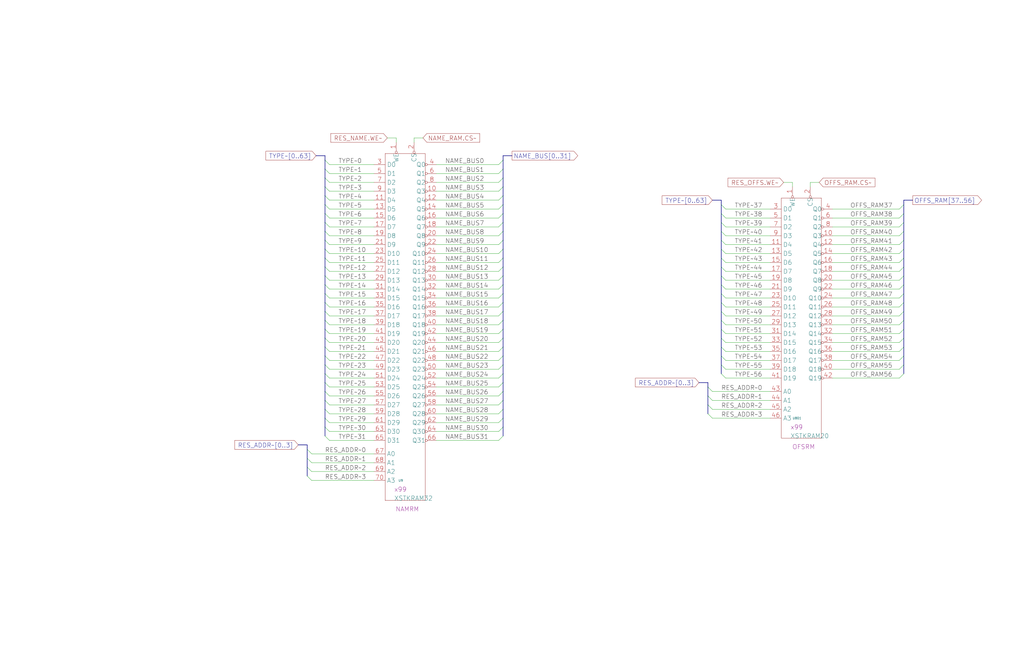
<source format=kicad_sch>
(kicad_sch (version 20230121) (generator eeschema)
  (paper "User" 584.2 378.46)
  (title_block (title "RESOLVE NAME RAM") (date "22-MAY-90") (rev "1.0") (comment 1 "SEQUENCER") (comment 2 "232-003064") (comment 3 "S400") (comment 4 "RELEASED"))
  (lib_symbols
    (symbol "r1000:XSTKRAM20" (pin_names (offset 1.016))
      (property "Reference" "U" (at 2.54 5.08 0))
      (property "Value" "XSTKRAM20" (at -1.27 -5.08 0))
      (property "Location" "___" (at -1.27 0 0))
      (property "Name" "______" (at 6.35 -12.7 0))
      (symbol "XSTKRAM20_1_1"
        (rectangle (start -6.35 130.81) (end 16.51 -6.35))
        (circle (center 0 131.445) (radius 0.635))
        (circle (center 10.16 131.445) (radius 0.635))
        (circle (center 17.145 27.94) (radius 0.635))
        (circle (center 17.145 33.02) (radius 0.635))
        (circle (center 17.145 38.1) (radius 0.635))
        (circle (center 17.145 43.18) (radius 0.635))
        (circle (center 17.145 48.26) (radius 0.635))
        (circle (center 17.145 53.34) (radius 0.635))
        (circle (center 17.145 58.42) (radius 0.635))
        (circle (center 17.145 63.5) (radius 0.635))
        (circle (center 17.145 68.58) (radius 0.635))
        (circle (center 17.145 73.66) (radius 0.635))
        (circle (center 17.145 78.74) (radius 0.635))
        (circle (center 17.145 83.82) (radius 0.635))
        (circle (center 17.145 88.9) (radius 0.635))
        (circle (center 17.145 93.98) (radius 0.635))
        (circle (center 17.145 99.06) (radius 0.635))
        (circle (center 17.145 104.14) (radius 0.635))
        (circle (center 17.145 109.22) (radius 0.635))
        (circle (center 17.145 114.3) (radius 0.635))
        (circle (center 17.145 119.38) (radius 0.635))
        (circle (center 17.145 124.46) (radius 0.635))
        (pin input line (at 0 137.16 270) (length 5.08) (name "WE") (number "1"))
        (pin tri_state line (at 22.86 109.22 180) (length 5.08) (name "Q3") (number "10"))
        (pin input line (at -12.7 104.14 0) (length 6.35) (name "D4") (number "11"))
        (pin tri_state line (at 22.86 104.14 180) (length 5.08) (name "Q4") (number "12"))
        (pin input line (at -12.7 99.06 0) (length 6.35) (name "D5") (number "13"))
        (pin tri_state line (at 22.86 99.06 180) (length 5.08) (name "Q5") (number "14"))
        (pin input line (at -12.7 93.98 0) (length 6.35) (name "D6") (number "15"))
        (pin tri_state line (at 22.86 93.98 180) (length 5.08) (name "Q6") (number "16"))
        (pin input line (at -12.7 88.9 0) (length 6.35) (name "D7") (number "17"))
        (pin tri_state line (at 22.86 88.9 180) (length 5.08) (name "Q7") (number "18"))
        (pin input line (at -12.7 83.82 0) (length 6.35) (name "D8") (number "19"))
        (pin input line (at 10.16 137.16 270) (length 5.08) (name "CS") (number "2"))
        (pin tri_state line (at 22.86 83.82 180) (length 5.08) (name "Q8") (number "20"))
        (pin input line (at -12.7 78.74 0) (length 6.35) (name "D9") (number "21"))
        (pin tri_state line (at 22.86 78.74 180) (length 5.08) (name "Q9") (number "22"))
        (pin input line (at -12.7 73.66 0) (length 6.35) (name "D10") (number "23"))
        (pin tri_state line (at 22.86 73.66 180) (length 5.08) (name "Q10") (number "24"))
        (pin input line (at -12.7 68.58 0) (length 6.35) (name "D11") (number "25"))
        (pin tri_state line (at 22.86 68.58 180) (length 5.08) (name "Q11") (number "26"))
        (pin input line (at -12.7 63.5 0) (length 6.35) (name "D12") (number "27"))
        (pin tri_state line (at 22.86 63.5 180) (length 5.08) (name "Q12") (number "28"))
        (pin input line (at -12.7 58.42 0) (length 6.35) (name "D13") (number "29"))
        (pin input line (at -12.7 124.46 0) (length 6.35) (name "D0") (number "3"))
        (pin tri_state line (at 22.86 58.42 180) (length 5.08) (name "Q13") (number "30"))
        (pin input line (at -12.7 53.34 0) (length 6.35) (name "D14") (number "31"))
        (pin tri_state line (at 22.86 53.34 180) (length 5.08) (name "Q14") (number "32"))
        (pin input line (at -12.7 48.26 0) (length 6.35) (name "D15") (number "33"))
        (pin tri_state line (at 22.86 48.26 180) (length 5.08) (name "Q15") (number "34"))
        (pin input line (at -12.7 43.18 0) (length 6.35) (name "D16") (number "35"))
        (pin tri_state line (at 22.86 43.18 180) (length 5.08) (name "Q16") (number "36"))
        (pin input line (at -12.7 38.1 0) (length 6.35) (name "D17") (number "37"))
        (pin tri_state line (at 22.86 38.1 180) (length 5.08) (name "Q17") (number "38"))
        (pin input line (at -12.7 33.02 0) (length 6.35) (name "D18") (number "39"))
        (pin tri_state line (at 22.86 124.46 180) (length 5.08) (name "Q0") (number "4"))
        (pin tri_state line (at 22.86 33.02 180) (length 5.08) (name "Q18") (number "40"))
        (pin input line (at -12.7 27.94 0) (length 6.35) (name "D19") (number "41"))
        (pin tri_state line (at 22.86 27.94 180) (length 5.08) (name "Q19") (number "42"))
        (pin input line (at -12.7 20.32 0) (length 6.35) (name "A0") (number "43"))
        (pin input line (at -12.7 15.24 0) (length 6.35) (name "A1") (number "44"))
        (pin input line (at -12.7 10.16 0) (length 6.35) (name "A2") (number "45"))
        (pin input line (at -12.7 5.08 0) (length 6.35) (name "A3") (number "46"))
        (pin input line (at -12.7 119.38 0) (length 6.35) (name "D1") (number "5"))
        (pin tri_state line (at 22.86 119.38 180) (length 5.08) (name "Q1") (number "6"))
        (pin input line (at -12.7 114.3 0) (length 6.35) (name "D2") (number "7"))
        (pin tri_state line (at 22.86 114.3 180) (length 5.08) (name "Q2") (number "8"))
        (pin input line (at -12.7 109.22 0) (length 6.35) (name "D3") (number "9"))
      )
    )
    (symbol "r1000:XSTKRAM32" (pin_names (offset 1.016))
      (property "Reference" "U" (at 2.54 5.08 0))
      (property "Value" "XSTKRAM32" (at -1.27 -5.08 0))
      (property "Location" "___" (at -1.27 0 0))
      (property "Name" "______" (at 6.35 -12.7 0))
      (symbol "XSTKRAM32_1_1"
        (rectangle (start -6.35 191.77) (end 16.51 -6.35))
        (circle (center 0 192.405) (radius 0.635))
        (circle (center 10.16 192.405) (radius 0.635))
        (circle (center 17.145 27.94) (radius 0.635))
        (circle (center 17.145 33.02) (radius 0.635))
        (circle (center 17.145 38.1) (radius 0.635))
        (circle (center 17.145 43.18) (radius 0.635))
        (circle (center 17.145 48.26) (radius 0.635))
        (circle (center 17.145 53.34) (radius 0.635))
        (circle (center 17.145 58.42) (radius 0.635))
        (circle (center 17.145 63.5) (radius 0.635))
        (circle (center 17.145 68.58) (radius 0.635))
        (circle (center 17.145 73.66) (radius 0.635))
        (circle (center 17.145 78.74) (radius 0.635))
        (circle (center 17.145 83.82) (radius 0.635))
        (circle (center 17.145 88.9) (radius 0.635))
        (circle (center 17.145 93.98) (radius 0.635))
        (circle (center 17.145 99.06) (radius 0.635))
        (circle (center 17.145 104.14) (radius 0.635))
        (circle (center 17.145 109.22) (radius 0.635))
        (circle (center 17.145 114.3) (radius 0.635))
        (circle (center 17.145 119.38) (radius 0.635))
        (circle (center 17.145 124.46) (radius 0.635))
        (circle (center 17.145 129.54) (radius 0.635))
        (circle (center 17.145 134.62) (radius 0.635))
        (circle (center 17.145 139.7) (radius 0.635))
        (circle (center 17.145 144.78) (radius 0.635))
        (circle (center 17.145 149.86) (radius 0.635))
        (circle (center 17.145 154.94) (radius 0.635))
        (circle (center 17.145 160.02) (radius 0.635))
        (circle (center 17.145 165.1) (radius 0.635))
        (circle (center 17.145 170.18) (radius 0.635))
        (circle (center 17.145 175.26) (radius 0.635))
        (circle (center 17.145 180.34) (radius 0.635))
        (circle (center 17.145 185.42) (radius 0.635))
        (pin input line (at 0 198.12 270) (length 5.08) (name "WE") (number "1"))
        (pin tri_state line (at 22.86 170.18 180) (length 5.08) (name "Q3") (number "10"))
        (pin input line (at -12.7 165.1 0) (length 6.35) (name "D4") (number "11"))
        (pin tri_state line (at 22.86 165.1 180) (length 5.08) (name "Q4") (number "12"))
        (pin input line (at -12.7 160.02 0) (length 6.35) (name "D5") (number "13"))
        (pin tri_state line (at 22.86 160.02 180) (length 5.08) (name "Q5") (number "14"))
        (pin input line (at -12.7 154.94 0) (length 6.35) (name "D6") (number "15"))
        (pin tri_state line (at 22.86 154.94 180) (length 5.08) (name "Q6") (number "16"))
        (pin input line (at -12.7 149.86 0) (length 6.35) (name "D7") (number "17"))
        (pin tri_state line (at 22.86 149.86 180) (length 5.08) (name "Q7") (number "18"))
        (pin input line (at -12.7 144.78 0) (length 6.35) (name "D8") (number "19"))
        (pin input line (at 10.16 198.12 270) (length 5.08) (name "CS") (number "2"))
        (pin tri_state line (at 22.86 144.78 180) (length 5.08) (name "Q8") (number "20"))
        (pin input line (at -12.7 139.7 0) (length 6.35) (name "D9") (number "21"))
        (pin tri_state line (at 22.86 139.7 180) (length 5.08) (name "Q9") (number "22"))
        (pin input line (at -12.7 134.62 0) (length 6.35) (name "D10") (number "23"))
        (pin tri_state line (at 22.86 134.62 180) (length 5.08) (name "Q10") (number "24"))
        (pin input line (at -12.7 129.54 0) (length 6.35) (name "D11") (number "25"))
        (pin tri_state line (at 22.86 129.54 180) (length 5.08) (name "Q11") (number "26"))
        (pin input line (at -12.7 124.46 0) (length 6.35) (name "D12") (number "27"))
        (pin tri_state line (at 22.86 124.46 180) (length 5.08) (name "Q12") (number "28"))
        (pin input line (at -12.7 119.38 0) (length 6.35) (name "D13") (number "29"))
        (pin input line (at -12.7 185.42 0) (length 6.35) (name "D0") (number "3"))
        (pin tri_state line (at 22.86 119.38 180) (length 5.08) (name "Q13") (number "30"))
        (pin input line (at -12.7 114.3 0) (length 6.35) (name "D14") (number "31"))
        (pin tri_state line (at 22.86 114.3 180) (length 5.08) (name "Q14") (number "32"))
        (pin input line (at -12.7 109.22 0) (length 6.35) (name "D15") (number "33"))
        (pin tri_state line (at 22.86 109.22 180) (length 5.08) (name "Q15") (number "34"))
        (pin input line (at -12.7 104.14 0) (length 6.35) (name "D16") (number "35"))
        (pin tri_state line (at 22.86 104.14 180) (length 5.08) (name "Q16") (number "36"))
        (pin input line (at -12.7 99.06 0) (length 6.35) (name "D17") (number "37"))
        (pin tri_state line (at 22.86 99.06 180) (length 5.08) (name "Q17") (number "38"))
        (pin input line (at -12.7 93.98 0) (length 6.35) (name "D18") (number "39"))
        (pin tri_state line (at 22.86 185.42 180) (length 5.08) (name "Q0") (number "4"))
        (pin tri_state line (at 22.86 93.98 180) (length 5.08) (name "Q18") (number "40"))
        (pin input line (at -12.7 88.9 0) (length 6.35) (name "D19") (number "41"))
        (pin tri_state line (at 22.86 88.9 180) (length 5.08) (name "Q19") (number "42"))
        (pin input line (at -12.7 83.82 0) (length 6.35) (name "D20") (number "43"))
        (pin tri_state line (at 22.86 83.82 180) (length 5.08) (name "Q20") (number "44"))
        (pin input line (at -12.7 78.74 0) (length 6.35) (name "D21") (number "45"))
        (pin tri_state line (at 22.86 78.74 180) (length 5.08) (name "Q21") (number "46"))
        (pin input line (at -12.7 73.66 0) (length 6.35) (name "D22") (number "47"))
        (pin tri_state line (at 22.86 73.66 180) (length 5.08) (name "Q22") (number "48"))
        (pin input line (at -12.7 68.58 0) (length 6.35) (name "D23") (number "49"))
        (pin input line (at -12.7 180.34 0) (length 6.35) (name "D1") (number "5"))
        (pin tri_state line (at 22.86 68.58 180) (length 5.08) (name "Q23") (number "50"))
        (pin input line (at -12.7 63.5 0) (length 6.35) (name "D24") (number "51"))
        (pin tri_state line (at 22.86 63.5 180) (length 5.08) (name "Q24") (number "52"))
        (pin input line (at -12.7 58.42 0) (length 6.35) (name "D25") (number "53"))
        (pin tri_state line (at 22.86 58.42 180) (length 5.08) (name "Q25") (number "54"))
        (pin input line (at -12.7 53.34 0) (length 6.35) (name "D26") (number "55"))
        (pin tri_state line (at 22.86 53.34 180) (length 5.08) (name "Q26") (number "56"))
        (pin input line (at -12.7 48.26 0) (length 6.35) (name "D27") (number "57"))
        (pin tri_state line (at 22.86 48.26 180) (length 5.08) (name "Q27") (number "58"))
        (pin input line (at -12.7 43.18 0) (length 6.35) (name "D28") (number "59"))
        (pin tri_state line (at 22.86 180.34 180) (length 5.08) (name "Q1") (number "6"))
        (pin tri_state line (at 22.86 43.18 180) (length 5.08) (name "Q28") (number "60"))
        (pin input line (at -12.7 38.1 0) (length 6.35) (name "D29") (number "61"))
        (pin tri_state line (at 22.86 38.1 180) (length 5.08) (name "Q29") (number "62"))
        (pin input line (at -12.7 33.02 0) (length 6.35) (name "D30") (number "63"))
        (pin tri_state line (at 22.86 33.02 180) (length 5.08) (name "Q30") (number "64"))
        (pin input line (at -12.7 27.94 0) (length 6.35) (name "D31") (number "65"))
        (pin tri_state line (at 22.86 27.94 180) (length 5.08) (name "Q31") (number "66"))
        (pin input line (at -12.7 20.32 0) (length 6.35) (name "A0") (number "67"))
        (pin input line (at -12.7 15.24 0) (length 6.35) (name "A1") (number "68"))
        (pin input line (at -12.7 10.16 0) (length 6.35) (name "A2") (number "69"))
        (pin input line (at -12.7 175.26 0) (length 6.35) (name "D2") (number "7"))
        (pin input line (at -12.7 5.08 0) (length 6.35) (name "A3") (number "70"))
        (pin tri_state line (at 22.86 175.26 180) (length 5.08) (name "Q2") (number "8"))
        (pin input line (at -12.7 170.18 0) (length 6.35) (name "D3") (number "9"))
      )
    )
  )
  (bus_entry (at 175.26 261.62) (size 2.54 2.54))
  (bus_entry (at 185.42 167.64) (size 2.54 2.54))
  (bus_entry (at 515.62 162.56) (size -2.54 2.54))
  (bus_entry (at 287.02 121.92) (size -2.54 2.54))
  (bus_entry (at 411.48 116.84) (size 2.54 2.54))
  (bus_entry (at 287.02 152.4) (size -2.54 2.54))
  (bus_entry (at 515.62 198.12) (size -2.54 2.54))
  (bus_entry (at 515.62 132.08) (size -2.54 2.54))
  (bus_entry (at 185.42 132.08) (size 2.54 2.54))
  (bus_entry (at 287.02 238.76) (size -2.54 2.54))
  (bus_entry (at 411.48 121.92) (size 2.54 2.54))
  (bus_entry (at 185.42 101.6) (size 2.54 2.54))
  (bus_entry (at 515.62 172.72) (size -2.54 2.54))
  (bus_entry (at 515.62 142.24) (size -2.54 2.54))
  (bus_entry (at 411.48 162.56) (size 2.54 2.54))
  (bus_entry (at 185.42 233.68) (size 2.54 2.54))
  (bus_entry (at 185.42 96.52) (size 2.54 2.54))
  (bus_entry (at 287.02 228.6) (size -2.54 2.54))
  (bus_entry (at 411.48 147.32) (size 2.54 2.54))
  (bus_entry (at 287.02 233.68) (size -2.54 2.54))
  (bus_entry (at 185.42 218.44) (size 2.54 2.54))
  (bus_entry (at 287.02 157.48) (size -2.54 2.54))
  (bus_entry (at 185.42 203.2) (size 2.54 2.54))
  (bus_entry (at 287.02 116.84) (size -2.54 2.54))
  (bus_entry (at 411.48 137.16) (size 2.54 2.54))
  (bus_entry (at 185.42 162.56) (size 2.54 2.54))
  (bus_entry (at 287.02 223.52) (size -2.54 2.54))
  (bus_entry (at 515.62 193.04) (size -2.54 2.54))
  (bus_entry (at 185.42 223.52) (size 2.54 2.54))
  (bus_entry (at 411.48 142.24) (size 2.54 2.54))
  (bus_entry (at 175.26 266.7) (size 2.54 2.54))
  (bus_entry (at 287.02 177.8) (size -2.54 2.54))
  (bus_entry (at 403.86 231.14) (size 2.54 2.54))
  (bus_entry (at 185.42 127) (size 2.54 2.54))
  (bus_entry (at 175.26 256.54) (size 2.54 2.54))
  (bus_entry (at 411.48 182.88) (size 2.54 2.54))
  (bus_entry (at 287.02 111.76) (size -2.54 2.54))
  (bus_entry (at 287.02 96.52) (size -2.54 2.54))
  (bus_entry (at 515.62 157.48) (size -2.54 2.54))
  (bus_entry (at 515.62 177.8) (size -2.54 2.54))
  (bus_entry (at 411.48 187.96) (size 2.54 2.54))
  (bus_entry (at 287.02 187.96) (size -2.54 2.54))
  (bus_entry (at 185.42 116.84) (size 2.54 2.54))
  (bus_entry (at 185.42 121.92) (size 2.54 2.54))
  (bus_entry (at 515.62 116.84) (size -2.54 2.54))
  (bus_entry (at 185.42 213.36) (size 2.54 2.54))
  (bus_entry (at 287.02 213.36) (size -2.54 2.54))
  (bus_entry (at 287.02 101.6) (size -2.54 2.54))
  (bus_entry (at 403.86 220.98) (size 2.54 2.54))
  (bus_entry (at 411.48 127) (size 2.54 2.54))
  (bus_entry (at 185.42 238.76) (size 2.54 2.54))
  (bus_entry (at 175.26 271.78) (size 2.54 2.54))
  (bus_entry (at 185.42 137.16) (size 2.54 2.54))
  (bus_entry (at 185.42 182.88) (size 2.54 2.54))
  (bus_entry (at 185.42 152.4) (size 2.54 2.54))
  (bus_entry (at 403.86 226.06) (size 2.54 2.54))
  (bus_entry (at 185.42 91.44) (size 2.54 2.54))
  (bus_entry (at 185.42 111.76) (size 2.54 2.54))
  (bus_entry (at 287.02 91.44) (size -2.54 2.54))
  (bus_entry (at 411.48 167.64) (size 2.54 2.54))
  (bus_entry (at 287.02 142.24) (size -2.54 2.54))
  (bus_entry (at 185.42 106.68) (size 2.54 2.54))
  (bus_entry (at 287.02 182.88) (size -2.54 2.54))
  (bus_entry (at 287.02 203.2) (size -2.54 2.54))
  (bus_entry (at 287.02 248.92) (size -2.54 2.54))
  (bus_entry (at 515.62 213.36) (size -2.54 2.54))
  (bus_entry (at 411.48 152.4) (size 2.54 2.54))
  (bus_entry (at 287.02 127) (size -2.54 2.54))
  (bus_entry (at 185.42 142.24) (size 2.54 2.54))
  (bus_entry (at 411.48 193.04) (size 2.54 2.54))
  (bus_entry (at 185.42 208.28) (size 2.54 2.54))
  (bus_entry (at 287.02 167.64) (size -2.54 2.54))
  (bus_entry (at 287.02 208.28) (size -2.54 2.54))
  (bus_entry (at 515.62 121.92) (size -2.54 2.54))
  (bus_entry (at 411.48 177.8) (size 2.54 2.54))
  (bus_entry (at 515.62 137.16) (size -2.54 2.54))
  (bus_entry (at 185.42 198.12) (size 2.54 2.54))
  (bus_entry (at 515.62 187.96) (size -2.54 2.54))
  (bus_entry (at 411.48 172.72) (size 2.54 2.54))
  (bus_entry (at 287.02 147.32) (size -2.54 2.54))
  (bus_entry (at 515.62 127) (size -2.54 2.54))
  (bus_entry (at 185.42 177.8) (size 2.54 2.54))
  (bus_entry (at 515.62 208.28) (size -2.54 2.54))
  (bus_entry (at 287.02 106.68) (size -2.54 2.54))
  (bus_entry (at 515.62 203.2) (size -2.54 2.54))
  (bus_entry (at 515.62 152.4) (size -2.54 2.54))
  (bus_entry (at 185.42 228.6) (size 2.54 2.54))
  (bus_entry (at 287.02 172.72) (size -2.54 2.54))
  (bus_entry (at 185.42 248.92) (size 2.54 2.54))
  (bus_entry (at 185.42 187.96) (size 2.54 2.54))
  (bus_entry (at 287.02 137.16) (size -2.54 2.54))
  (bus_entry (at 185.42 193.04) (size 2.54 2.54))
  (bus_entry (at 185.42 147.32) (size 2.54 2.54))
  (bus_entry (at 411.48 208.28) (size 2.54 2.54))
  (bus_entry (at 287.02 198.12) (size -2.54 2.54))
  (bus_entry (at 287.02 162.56) (size -2.54 2.54))
  (bus_entry (at 515.62 147.32) (size -2.54 2.54))
  (bus_entry (at 403.86 236.22) (size 2.54 2.54))
  (bus_entry (at 515.62 182.88) (size -2.54 2.54))
  (bus_entry (at 287.02 243.84) (size -2.54 2.54))
  (bus_entry (at 411.48 198.12) (size 2.54 2.54))
  (bus_entry (at 287.02 218.44) (size -2.54 2.54))
  (bus_entry (at 287.02 193.04) (size -2.54 2.54))
  (bus_entry (at 411.48 157.48) (size 2.54 2.54))
  (bus_entry (at 515.62 167.64) (size -2.54 2.54))
  (bus_entry (at 411.48 213.36) (size 2.54 2.54))
  (bus_entry (at 185.42 172.72) (size 2.54 2.54))
  (bus_entry (at 287.02 132.08) (size -2.54 2.54))
  (bus_entry (at 411.48 203.2) (size 2.54 2.54))
  (bus_entry (at 185.42 243.84) (size 2.54 2.54))
  (bus_entry (at 185.42 157.48) (size 2.54 2.54))
  (bus_entry (at 411.48 132.08) (size 2.54 2.54))
  (wire (pts (xy 248.92 185.42) (xy 284.48 185.42)))
  (wire (pts (xy 474.98 200.66) (xy 513.08 200.66)))
  (bus (pts (xy 287.02 111.76) (xy 287.02 116.84)))
  (bus (pts (xy 185.42 152.4) (xy 185.42 157.48)))
  (bus (pts (xy 398.78 218.44) (xy 403.86 218.44)))
  (bus (pts (xy 515.62 114.3) (xy 515.62 116.84)))
  (bus (pts (xy 411.48 147.32) (xy 411.48 152.4)))
  (wire (pts (xy 187.96 144.78) (xy 213.36 144.78)))
  (wire (pts (xy 248.92 129.54) (xy 284.48 129.54)))
  (bus (pts (xy 403.86 231.14) (xy 403.86 236.22)))
  (bus (pts (xy 515.62 152.4) (xy 515.62 157.48)))
  (wire (pts (xy 474.98 215.9) (xy 513.08 215.9)))
  (wire (pts (xy 187.96 185.42) (xy 213.36 185.42)))
  (wire (pts (xy 248.92 195.58) (xy 284.48 195.58)))
  (wire (pts (xy 177.8 264.16) (xy 213.36 264.16)))
  (wire (pts (xy 220.98 78.74) (xy 226.06 78.74)))
  (bus (pts (xy 411.48 198.12) (xy 411.48 203.2)))
  (wire (pts (xy 414.02 165.1) (xy 439.42 165.1)))
  (wire (pts (xy 187.96 139.7) (xy 213.36 139.7)))
  (wire (pts (xy 474.98 170.18) (xy 513.08 170.18)))
  (bus (pts (xy 287.02 198.12) (xy 287.02 203.2)))
  (bus (pts (xy 411.48 157.48) (xy 411.48 162.56)))
  (bus (pts (xy 287.02 177.8) (xy 287.02 182.88)))
  (bus (pts (xy 515.62 167.64) (xy 515.62 172.72)))
  (bus (pts (xy 411.48 142.24) (xy 411.48 147.32)))
  (wire (pts (xy 414.02 134.62) (xy 439.42 134.62)))
  (wire (pts (xy 187.96 99.06) (xy 213.36 99.06)))
  (bus (pts (xy 287.02 187.96) (xy 287.02 193.04)))
  (bus (pts (xy 411.48 187.96) (xy 411.48 193.04)))
  (bus (pts (xy 287.02 193.04) (xy 287.02 198.12)))
  (bus (pts (xy 185.42 238.76) (xy 185.42 243.84)))
  (wire (pts (xy 248.92 175.26) (xy 284.48 175.26)))
  (bus (pts (xy 520.7 114.3) (xy 515.62 114.3)))
  (bus (pts (xy 287.02 228.6) (xy 287.02 233.68)))
  (wire (pts (xy 414.02 180.34) (xy 439.42 180.34)))
  (wire (pts (xy 414.02 139.7) (xy 439.42 139.7)))
  (bus (pts (xy 515.62 162.56) (xy 515.62 167.64)))
  (wire (pts (xy 474.98 149.86) (xy 513.08 149.86)))
  (bus (pts (xy 515.62 157.48) (xy 515.62 162.56)))
  (bus (pts (xy 185.42 101.6) (xy 185.42 106.68)))
  (bus (pts (xy 287.02 233.68) (xy 287.02 238.76)))
  (wire (pts (xy 414.02 124.46) (xy 439.42 124.46)))
  (wire (pts (xy 248.92 139.7) (xy 284.48 139.7)))
  (wire (pts (xy 248.92 220.98) (xy 284.48 220.98)))
  (bus (pts (xy 411.48 121.92) (xy 411.48 127)))
  (bus (pts (xy 185.42 223.52) (xy 185.42 228.6)))
  (wire (pts (xy 406.4 238.76) (xy 439.42 238.76)))
  (bus (pts (xy 411.48 137.16) (xy 411.48 142.24)))
  (bus (pts (xy 515.62 187.96) (xy 515.62 193.04)))
  (wire (pts (xy 414.02 154.94) (xy 439.42 154.94)))
  (wire (pts (xy 187.96 246.38) (xy 213.36 246.38)))
  (wire (pts (xy 474.98 190.5) (xy 513.08 190.5)))
  (bus (pts (xy 515.62 137.16) (xy 515.62 142.24)))
  (bus (pts (xy 185.42 208.28) (xy 185.42 213.36)))
  (wire (pts (xy 414.02 119.38) (xy 439.42 119.38)))
  (bus (pts (xy 185.42 228.6) (xy 185.42 233.68)))
  (bus (pts (xy 411.48 167.64) (xy 411.48 172.72)))
  (bus (pts (xy 287.02 137.16) (xy 287.02 142.24)))
  (wire (pts (xy 248.92 236.22) (xy 284.48 236.22)))
  (wire (pts (xy 447.04 104.14) (xy 452.12 104.14)))
  (bus (pts (xy 185.42 162.56) (xy 185.42 167.64)))
  (bus (pts (xy 175.26 256.54) (xy 175.26 261.62)))
  (bus (pts (xy 287.02 162.56) (xy 287.02 167.64)))
  (bus (pts (xy 515.62 172.72) (xy 515.62 177.8)))
  (bus (pts (xy 185.42 193.04) (xy 185.42 198.12)))
  (wire (pts (xy 414.02 144.78) (xy 439.42 144.78)))
  (wire (pts (xy 248.92 170.18) (xy 284.48 170.18)))
  (bus (pts (xy 287.02 116.84) (xy 287.02 121.92)))
  (wire (pts (xy 248.92 119.38) (xy 284.48 119.38)))
  (bus (pts (xy 411.48 116.84) (xy 411.48 121.92)))
  (wire (pts (xy 187.96 220.98) (xy 213.36 220.98)))
  (bus (pts (xy 287.02 142.24) (xy 287.02 147.32)))
  (wire (pts (xy 474.98 134.62) (xy 513.08 134.62)))
  (bus (pts (xy 185.42 167.64) (xy 185.42 172.72)))
  (wire (pts (xy 248.92 205.74) (xy 284.48 205.74)))
  (wire (pts (xy 187.96 124.46) (xy 213.36 124.46)))
  (wire (pts (xy 414.02 195.58) (xy 439.42 195.58)))
  (wire (pts (xy 187.96 149.86) (xy 213.36 149.86)))
  (bus (pts (xy 515.62 208.28) (xy 515.62 213.36)))
  (bus (pts (xy 287.02 101.6) (xy 287.02 106.68)))
  (bus (pts (xy 287.02 157.48) (xy 287.02 162.56)))
  (bus (pts (xy 287.02 121.92) (xy 287.02 127)))
  (bus (pts (xy 515.62 142.24) (xy 515.62 147.32)))
  (wire (pts (xy 248.92 144.78) (xy 284.48 144.78)))
  (bus (pts (xy 185.42 218.44) (xy 185.42 223.52)))
  (bus (pts (xy 287.02 127) (xy 287.02 132.08)))
  (bus (pts (xy 287.02 238.76) (xy 287.02 243.84)))
  (wire (pts (xy 452.12 104.14) (xy 452.12 106.68)))
  (wire (pts (xy 474.98 144.78) (xy 513.08 144.78)))
  (wire (pts (xy 177.8 269.24) (xy 213.36 269.24)))
  (wire (pts (xy 187.96 175.26) (xy 213.36 175.26)))
  (wire (pts (xy 187.96 104.14) (xy 213.36 104.14)))
  (wire (pts (xy 187.96 109.22) (xy 213.36 109.22)))
  (wire (pts (xy 248.92 190.5) (xy 284.48 190.5)))
  (wire (pts (xy 406.4 223.52) (xy 439.42 223.52)))
  (bus (pts (xy 185.42 213.36) (xy 185.42 218.44)))
  (bus (pts (xy 287.02 106.68) (xy 287.02 111.76)))
  (wire (pts (xy 467.36 104.14) (xy 462.28 104.14)))
  (bus (pts (xy 515.62 147.32) (xy 515.62 152.4)))
  (bus (pts (xy 411.48 203.2) (xy 411.48 208.28)))
  (bus (pts (xy 403.86 226.06) (xy 403.86 231.14)))
  (wire (pts (xy 474.98 124.46) (xy 513.08 124.46)))
  (wire (pts (xy 248.92 154.94) (xy 284.48 154.94)))
  (bus (pts (xy 185.42 198.12) (xy 185.42 203.2)))
  (bus (pts (xy 411.48 172.72) (xy 411.48 177.8)))
  (wire (pts (xy 187.96 205.74) (xy 213.36 205.74)))
  (wire (pts (xy 474.98 210.82) (xy 513.08 210.82)))
  (bus (pts (xy 185.42 116.84) (xy 185.42 121.92)))
  (bus (pts (xy 185.42 111.76) (xy 185.42 116.84)))
  (bus (pts (xy 185.42 187.96) (xy 185.42 193.04)))
  (wire (pts (xy 187.96 210.82) (xy 213.36 210.82)))
  (bus (pts (xy 185.42 157.48) (xy 185.42 162.56)))
  (wire (pts (xy 248.92 160.02) (xy 284.48 160.02)))
  (wire (pts (xy 474.98 139.7) (xy 513.08 139.7)))
  (wire (pts (xy 187.96 180.34) (xy 213.36 180.34)))
  (bus (pts (xy 515.62 132.08) (xy 515.62 137.16)))
  (bus (pts (xy 292.1 88.9) (xy 287.02 88.9)))
  (bus (pts (xy 411.48 127) (xy 411.48 132.08)))
  (bus (pts (xy 175.26 254) (xy 175.26 256.54)))
  (wire (pts (xy 187.96 241.3) (xy 213.36 241.3)))
  (wire (pts (xy 474.98 175.26) (xy 513.08 175.26)))
  (wire (pts (xy 474.98 195.58) (xy 513.08 195.58)))
  (bus (pts (xy 185.42 203.2) (xy 185.42 208.28)))
  (wire (pts (xy 414.02 215.9) (xy 439.42 215.9)))
  (bus (pts (xy 515.62 193.04) (xy 515.62 198.12)))
  (bus (pts (xy 185.42 243.84) (xy 185.42 248.92)))
  (bus (pts (xy 287.02 167.64) (xy 287.02 172.72)))
  (bus (pts (xy 411.48 162.56) (xy 411.48 167.64)))
  (bus (pts (xy 180.34 88.9) (xy 185.42 88.9)))
  (bus (pts (xy 411.48 177.8) (xy 411.48 182.88)))
  (wire (pts (xy 187.96 226.06) (xy 213.36 226.06)))
  (wire (pts (xy 187.96 236.22) (xy 213.36 236.22)))
  (wire (pts (xy 187.96 251.46) (xy 213.36 251.46)))
  (wire (pts (xy 406.4 233.68) (xy 439.42 233.68)))
  (wire (pts (xy 187.96 215.9) (xy 213.36 215.9)))
  (wire (pts (xy 248.92 93.98) (xy 284.48 93.98)))
  (wire (pts (xy 248.92 215.9) (xy 284.48 215.9)))
  (bus (pts (xy 185.42 137.16) (xy 185.42 142.24)))
  (wire (pts (xy 414.02 200.66) (xy 439.42 200.66)))
  (bus (pts (xy 515.62 116.84) (xy 515.62 121.92)))
  (wire (pts (xy 414.02 185.42) (xy 439.42 185.42)))
  (wire (pts (xy 474.98 119.38) (xy 513.08 119.38)))
  (bus (pts (xy 185.42 172.72) (xy 185.42 177.8)))
  (wire (pts (xy 248.92 104.14) (xy 284.48 104.14)))
  (wire (pts (xy 187.96 114.3) (xy 213.36 114.3)))
  (bus (pts (xy 287.02 243.84) (xy 287.02 248.92)))
  (bus (pts (xy 287.02 152.4) (xy 287.02 157.48)))
  (wire (pts (xy 248.92 114.3) (xy 284.48 114.3)))
  (wire (pts (xy 187.96 93.98) (xy 213.36 93.98)))
  (bus (pts (xy 185.42 147.32) (xy 185.42 152.4)))
  (bus (pts (xy 185.42 127) (xy 185.42 132.08)))
  (wire (pts (xy 474.98 154.94) (xy 513.08 154.94)))
  (bus (pts (xy 411.48 208.28) (xy 411.48 213.36)))
  (wire (pts (xy 248.92 226.06) (xy 284.48 226.06)))
  (wire (pts (xy 187.96 134.62) (xy 213.36 134.62)))
  (bus (pts (xy 185.42 91.44) (xy 185.42 96.52)))
  (wire (pts (xy 248.92 210.82) (xy 284.48 210.82)))
  (wire (pts (xy 248.92 231.14) (xy 284.48 231.14)))
  (bus (pts (xy 185.42 142.24) (xy 185.42 147.32)))
  (wire (pts (xy 474.98 129.54) (xy 513.08 129.54)))
  (wire (pts (xy 414.02 160.02) (xy 439.42 160.02)))
  (wire (pts (xy 248.92 134.62) (xy 284.48 134.62)))
  (wire (pts (xy 177.8 259.08) (xy 213.36 259.08)))
  (bus (pts (xy 287.02 147.32) (xy 287.02 152.4)))
  (bus (pts (xy 170.18 254) (xy 175.26 254)))
  (wire (pts (xy 414.02 129.54) (xy 439.42 129.54)))
  (wire (pts (xy 414.02 205.74) (xy 439.42 205.74)))
  (bus (pts (xy 515.62 182.88) (xy 515.62 187.96)))
  (bus (pts (xy 515.62 203.2) (xy 515.62 208.28)))
  (bus (pts (xy 287.02 91.44) (xy 287.02 96.52)))
  (bus (pts (xy 175.26 266.7) (xy 175.26 271.78)))
  (bus (pts (xy 287.02 96.52) (xy 287.02 101.6)))
  (wire (pts (xy 248.92 241.3) (xy 284.48 241.3)))
  (wire (pts (xy 474.98 185.42) (xy 513.08 185.42)))
  (wire (pts (xy 248.92 99.06) (xy 284.48 99.06)))
  (wire (pts (xy 248.92 246.38) (xy 284.48 246.38)))
  (bus (pts (xy 287.02 218.44) (xy 287.02 223.52)))
  (wire (pts (xy 187.96 119.38) (xy 213.36 119.38)))
  (bus (pts (xy 175.26 261.62) (xy 175.26 266.7)))
  (wire (pts (xy 226.06 78.74) (xy 226.06 81.28)))
  (wire (pts (xy 248.92 200.66) (xy 284.48 200.66)))
  (bus (pts (xy 287.02 223.52) (xy 287.02 228.6)))
  (wire (pts (xy 474.98 180.34) (xy 513.08 180.34)))
  (wire (pts (xy 187.96 154.94) (xy 213.36 154.94)))
  (bus (pts (xy 411.48 132.08) (xy 411.48 137.16)))
  (wire (pts (xy 177.8 274.32) (xy 213.36 274.32)))
  (wire (pts (xy 406.4 228.6) (xy 439.42 228.6)))
  (bus (pts (xy 185.42 132.08) (xy 185.42 137.16)))
  (bus (pts (xy 515.62 177.8) (xy 515.62 182.88)))
  (wire (pts (xy 248.92 165.1) (xy 284.48 165.1)))
  (bus (pts (xy 185.42 177.8) (xy 185.42 182.88)))
  (bus (pts (xy 287.02 213.36) (xy 287.02 218.44)))
  (bus (pts (xy 406.4 114.3) (xy 411.48 114.3)))
  (bus (pts (xy 287.02 172.72) (xy 287.02 177.8)))
  (wire (pts (xy 241.3 78.74) (xy 236.22 78.74)))
  (bus (pts (xy 287.02 203.2) (xy 287.02 208.28)))
  (wire (pts (xy 236.22 78.74) (xy 236.22 81.28)))
  (bus (pts (xy 287.02 208.28) (xy 287.02 213.36)))
  (wire (pts (xy 462.28 104.14) (xy 462.28 106.68)))
  (bus (pts (xy 515.62 198.12) (xy 515.62 203.2)))
  (bus (pts (xy 287.02 182.88) (xy 287.02 187.96)))
  (wire (pts (xy 248.92 109.22) (xy 284.48 109.22)))
  (wire (pts (xy 474.98 205.74) (xy 513.08 205.74)))
  (bus (pts (xy 185.42 182.88) (xy 185.42 187.96)))
  (wire (pts (xy 187.96 160.02) (xy 213.36 160.02)))
  (bus (pts (xy 185.42 121.92) (xy 185.42 127)))
  (bus (pts (xy 411.48 114.3) (xy 411.48 116.84)))
  (wire (pts (xy 187.96 129.54) (xy 213.36 129.54)))
  (wire (pts (xy 248.92 124.46) (xy 284.48 124.46)))
  (wire (pts (xy 414.02 210.82) (xy 439.42 210.82)))
  (bus (pts (xy 287.02 88.9) (xy 287.02 91.44)))
  (wire (pts (xy 187.96 195.58) (xy 213.36 195.58)))
  (wire (pts (xy 474.98 160.02) (xy 513.08 160.02)))
  (wire (pts (xy 414.02 190.5) (xy 439.42 190.5)))
  (bus (pts (xy 185.42 106.68) (xy 185.42 111.76)))
  (bus (pts (xy 515.62 127) (xy 515.62 132.08)))
  (bus (pts (xy 411.48 182.88) (xy 411.48 187.96)))
  (wire (pts (xy 414.02 170.18) (xy 439.42 170.18)))
  (wire (pts (xy 474.98 165.1) (xy 513.08 165.1)))
  (wire (pts (xy 414.02 175.26) (xy 439.42 175.26)))
  (bus (pts (xy 403.86 220.98) (xy 403.86 226.06)))
  (wire (pts (xy 187.96 231.14) (xy 213.36 231.14)))
  (bus (pts (xy 287.02 132.08) (xy 287.02 137.16)))
  (wire (pts (xy 248.92 149.86) (xy 284.48 149.86)))
  (wire (pts (xy 187.96 200.66) (xy 213.36 200.66)))
  (bus (pts (xy 411.48 152.4) (xy 411.48 157.48)))
  (wire (pts (xy 187.96 170.18) (xy 213.36 170.18)))
  (bus (pts (xy 185.42 96.52) (xy 185.42 101.6)))
  (wire (pts (xy 187.96 165.1) (xy 213.36 165.1)))
  (bus (pts (xy 185.42 88.9) (xy 185.42 91.44)))
  (wire (pts (xy 248.92 251.46) (xy 284.48 251.46)))
  (bus (pts (xy 515.62 121.92) (xy 515.62 127)))
  (bus (pts (xy 403.86 218.44) (xy 403.86 220.98)))
  (bus (pts (xy 411.48 193.04) (xy 411.48 198.12)))
  (wire (pts (xy 187.96 190.5) (xy 213.36 190.5)))
  (bus (pts (xy 185.42 233.68) (xy 185.42 238.76)))
  (wire (pts (xy 414.02 149.86) (xy 439.42 149.86)))
  (wire (pts (xy 248.92 180.34) (xy 284.48 180.34)))
  (label "TYPE~51" (at 419.1 190.5 0) (effects (font (size 2.54 2.54))))
  (label "NAME_BUS10" (at 254 144.78 0) (effects (font (size 2.54 2.54))))
  (label "NAME_BUS29" (at 254 241.3 0) (effects (font (size 2.54 2.54))))
  (label "TYPE~46" (at 419.1 165.1 0) (effects (font (size 2.54 2.54))))
  (label "NAME_BUS18" (at 254 185.42 0) (effects (font (size 2.54 2.54))))
  (label "NAME_BUS6" (at 254 124.46 0) (effects (font (size 2.54 2.54))))
  (label "RES_ADDR~1" (at 185.42 264.16 0) (effects (font (size 2.54 2.54))))
  (label "TYPE~12" (at 193.04 154.94 0) (effects (font (size 2.54 2.54))))
  (label "OFFS_RAM43" (at 485.14 149.86 0) (effects (font (size 2.54 2.54))))
  (label "TYPE~45" (at 419.1 160.02 0) (effects (font (size 2.54 2.54))))
  (label "TYPE~49" (at 419.1 180.34 0) (effects (font (size 2.54 2.54))))
  (label "TYPE~14" (at 193.04 165.1 0) (effects (font (size 2.54 2.54))))
  (label "TYPE~26" (at 193.04 226.06 0) (effects (font (size 2.54 2.54))))
  (label "TYPE~48" (at 419.1 175.26 0) (effects (font (size 2.54 2.54))))
  (label "NAME_BUS21" (at 254 200.66 0) (effects (font (size 2.54 2.54))))
  (label "TYPE~20" (at 193.04 195.58 0) (effects (font (size 2.54 2.54))))
  (label "TYPE~38" (at 419.1 124.46 0) (effects (font (size 2.54 2.54))))
  (label "NAME_BUS5" (at 254 119.38 0) (effects (font (size 2.54 2.54))))
  (label "TYPE~39" (at 419.1 129.54 0) (effects (font (size 2.54 2.54))))
  (label "OFFS_RAM44" (at 485.14 154.94 0) (effects (font (size 2.54 2.54))))
  (label "NAME_BUS4" (at 254 114.3 0) (effects (font (size 2.54 2.54))))
  (label "OFFS_RAM38" (at 485.14 124.46 0) (effects (font (size 2.54 2.54))))
  (label "OFFS_RAM39" (at 485.14 129.54 0) (effects (font (size 2.54 2.54))))
  (label "TYPE~52" (at 419.1 195.58 0) (effects (font (size 2.54 2.54))))
  (label "NAME_BUS1" (at 254 99.06 0) (effects (font (size 2.54 2.54))))
  (label "TYPE~18" (at 193.04 185.42 0) (effects (font (size 2.54 2.54))))
  (label "RES_ADDR~2" (at 411.48 233.68 0) (effects (font (size 2.54 2.54))))
  (label "TYPE~8" (at 193.04 134.62 0) (effects (font (size 2.54 2.54))))
  (label "NAME_BUS8" (at 254 134.62 0) (effects (font (size 2.54 2.54))))
  (label "TYPE~7" (at 193.04 129.54 0) (effects (font (size 2.54 2.54))))
  (label "TYPE~53" (at 419.1 200.66 0) (effects (font (size 2.54 2.54))))
  (label "TYPE~19" (at 193.04 190.5 0) (effects (font (size 2.54 2.54))))
  (label "RES_ADDR~1" (at 411.48 228.6 0) (effects (font (size 2.54 2.54))))
  (label "NAME_BUS19" (at 254 190.5 0) (effects (font (size 2.54 2.54))))
  (label "TYPE~24" (at 193.04 215.9 0) (effects (font (size 2.54 2.54))))
  (label "TYPE~55" (at 419.1 210.82 0) (effects (font (size 2.54 2.54))))
  (label "NAME_BUS28" (at 254 236.22 0) (effects (font (size 2.54 2.54))))
  (label "NAME_BUS24" (at 254 215.9 0) (effects (font (size 2.54 2.54))))
  (label "OFFS_RAM40" (at 485.14 134.62 0) (effects (font (size 2.54 2.54))))
  (label "NAME_BUS23" (at 254 210.82 0) (effects (font (size 2.54 2.54))))
  (label "TYPE~40" (at 419.1 134.62 0) (effects (font (size 2.54 2.54))))
  (label "NAME_BUS13" (at 254 160.02 0) (effects (font (size 2.54 2.54))))
  (label "OFFS_RAM37" (at 485.14 119.38 0) (effects (font (size 2.54 2.54))))
  (label "NAME_BUS11" (at 254 149.86 0) (effects (font (size 2.54 2.54))))
  (label "TYPE~30" (at 193.04 246.38 0) (effects (font (size 2.54 2.54))))
  (label "NAME_BUS3" (at 254 109.22 0) (effects (font (size 2.54 2.54))))
  (label "OFFS_RAM46" (at 485.14 165.1 0) (effects (font (size 2.54 2.54))))
  (label "TYPE~56" (at 419.1 215.9 0) (effects (font (size 2.54 2.54))))
  (label "TYPE~9" (at 193.04 139.7 0) (effects (font (size 2.54 2.54))))
  (label "TYPE~47" (at 419.1 170.18 0) (effects (font (size 2.54 2.54))))
  (label "NAME_BUS20" (at 254 195.58 0) (effects (font (size 2.54 2.54))))
  (label "TYPE~5" (at 193.04 119.38 0) (effects (font (size 2.54 2.54))))
  (label "TYPE~3" (at 193.04 109.22 0) (effects (font (size 2.54 2.54))))
  (label "RES_ADDR~0" (at 185.42 259.08 0) (effects (font (size 2.54 2.54))))
  (label "OFFS_RAM49" (at 485.14 180.34 0) (effects (font (size 2.54 2.54))))
  (label "TYPE~15" (at 193.04 170.18 0) (effects (font (size 2.54 2.54))))
  (label "NAME_BUS12" (at 254 154.94 0) (effects (font (size 2.54 2.54))))
  (label "TYPE~29" (at 193.04 241.3 0) (effects (font (size 2.54 2.54))))
  (label "NAME_BUS26" (at 254 226.06 0) (effects (font (size 2.54 2.54))))
  (label "NAME_BUS17" (at 254 180.34 0) (effects (font (size 2.54 2.54))))
  (label "TYPE~11" (at 193.04 149.86 0) (effects (font (size 2.54 2.54))))
  (label "TYPE~13" (at 193.04 160.02 0) (effects (font (size 2.54 2.54))))
  (label "RES_ADDR~0" (at 411.48 223.52 0) (effects (font (size 2.54 2.54))))
  (label "TYPE~23" (at 193.04 210.82 0) (effects (font (size 2.54 2.54))))
  (label "TYPE~41" (at 419.1 139.7 0) (effects (font (size 2.54 2.54))))
  (label "TYPE~42" (at 419.1 144.78 0) (effects (font (size 2.54 2.54))))
  (label "NAME_BUS25" (at 254 220.98 0) (effects (font (size 2.54 2.54))))
  (label "TYPE~22" (at 193.04 205.74 0) (effects (font (size 2.54 2.54))))
  (label "OFFS_RAM41" (at 485.14 139.7 0) (effects (font (size 2.54 2.54))))
  (label "TYPE~2" (at 193.04 104.14 0) (effects (font (size 2.54 2.54))))
  (label "OFFS_RAM45" (at 485.14 160.02 0) (effects (font (size 2.54 2.54))))
  (label "OFFS_RAM48" (at 485.14 175.26 0) (effects (font (size 2.54 2.54))))
  (label "OFFS_RAM55" (at 485.14 210.82 0) (effects (font (size 2.54 2.54))))
  (label "TYPE~43" (at 419.1 149.86 0) (effects (font (size 2.54 2.54))))
  (label "NAME_BUS2" (at 254 104.14 0) (effects (font (size 2.54 2.54))))
  (label "OFFS_RAM56" (at 485.14 215.9 0) (effects (font (size 2.54 2.54))))
  (label "OFFS_RAM52" (at 485.14 195.58 0) (effects (font (size 2.54 2.54))))
  (label "TYPE~54" (at 419.1 205.74 0) (effects (font (size 2.54 2.54))))
  (label "TYPE~6" (at 193.04 124.46 0) (effects (font (size 2.54 2.54))))
  (label "OFFS_RAM42" (at 485.14 144.78 0) (effects (font (size 2.54 2.54))))
  (label "NAME_BUS30" (at 254 246.38 0) (effects (font (size 2.54 2.54))))
  (label "RES_ADDR~2" (at 185.42 269.24 0) (effects (font (size 2.54 2.54))))
  (label "TYPE~16" (at 193.04 175.26 0) (effects (font (size 2.54 2.54))))
  (label "OFFS_RAM51" (at 485.14 190.5 0) (effects (font (size 2.54 2.54))))
  (label "TYPE~17" (at 193.04 180.34 0) (effects (font (size 2.54 2.54))))
  (label "TYPE~25" (at 193.04 220.98 0) (effects (font (size 2.54 2.54))))
  (label "OFFS_RAM47" (at 485.14 170.18 0) (effects (font (size 2.54 2.54))))
  (label "NAME_BUS9" (at 254 139.7 0) (effects (font (size 2.54 2.54))))
  (label "OFFS_RAM54" (at 485.14 205.74 0) (effects (font (size 2.54 2.54))))
  (label "TYPE~31" (at 193.04 251.46 0) (effects (font (size 2.54 2.54))))
  (label "TYPE~1" (at 193.04 99.06 0) (effects (font (size 2.54 2.54))))
  (label "OFFS_RAM53" (at 485.14 200.66 0) (effects (font (size 2.54 2.54))))
  (label "TYPE~28" (at 193.04 236.22 0) (effects (font (size 2.54 2.54))))
  (label "TYPE~50" (at 419.1 185.42 0) (effects (font (size 2.54 2.54))))
  (label "NAME_BUS0" (at 254 93.98 0) (effects (font (size 2.54 2.54))))
  (label "OFFS_RAM50" (at 485.14 185.42 0) (effects (font (size 2.54 2.54))))
  (label "TYPE~0" (at 193.04 93.98 0) (effects (font (size 2.54 2.54))))
  (label "NAME_BUS31" (at 254 251.46 0) (effects (font (size 2.54 2.54))))
  (label "NAME_BUS15" (at 254 170.18 0) (effects (font (size 2.54 2.54))))
  (label "NAME_BUS22" (at 254 205.74 0) (effects (font (size 2.54 2.54))))
  (label "NAME_BUS14" (at 254 165.1 0) (effects (font (size 2.54 2.54))))
  (label "TYPE~21" (at 193.04 200.66 0) (effects (font (size 2.54 2.54))))
  (label "RES_ADDR~3" (at 411.48 238.76 0) (effects (font (size 2.54 2.54))))
  (label "NAME_BUS16" (at 254 175.26 0) (effects (font (size 2.54 2.54))))
  (label "TYPE~4" (at 193.04 114.3 0) (effects (font (size 2.54 2.54))))
  (label "TYPE~37" (at 419.1 119.38 0) (effects (font (size 2.54 2.54))))
  (label "TYPE~44" (at 419.1 154.94 0) (effects (font (size 2.54 2.54))))
  (label "RES_ADDR~3" (at 185.42 274.32 0) (effects (font (size 2.54 2.54))))
  (label "TYPE~27" (at 193.04 231.14 0) (effects (font (size 2.54 2.54))))
  (label "NAME_BUS7" (at 254 129.54 0) (effects (font (size 2.54 2.54))))
  (label "NAME_BUS27" (at 254 231.14 0) (effects (font (size 2.54 2.54))))
  (label "TYPE~10" (at 193.04 144.78 0) (effects (font (size 2.54 2.54))))
  (global_label "OFFS_RAM.CS~" (shape input) (at 467.36 104.14 0) (effects (font (size 2.54 2.54))) (property "Intersheetrefs" "${INTERSHEET_REFS}" (at 499.1584 103.9813 0) (effects (font (size 1.905 1.905)) (justify left))))
  (global_label "RES_ADDR~[0..3]" (shape input) (at 170.18 254 180) (effects (font (size 2.54 2.54))) (property "Intersheetrefs" "${INTERSHEET_REFS}" (at 133.9064 253.8413 0) (effects (font (size 1.905 1.905)) (justify right))))
  (global_label "RES_NAME.WE~" (shape input) (at 220.98 78.74 180) (effects (font (size 2.54 2.54))) (property "Intersheetrefs" "${INTERSHEET_REFS}" (at 188.6978 78.5813 0) (effects (font (size 1.905 1.905)) (justify right))))
  (global_label "NAME_BUS[0..31]" (shape output) (at 292.1 88.9 0) (effects (font (size 2.54 2.54))) (property "Intersheetrefs" "${INTERSHEET_REFS}" (at 329.5831 88.7413 0) (effects (font (size 1.905 1.905)) (justify left))))
  (global_label "OFFS_RAM[37..56]" (shape output) (at 520.7 114.3 0) (effects (font (size 2.54 2.54))) (property "Intersheetrefs" "${INTERSHEET_REFS}" (at 559.9974 114.1413 0) (effects (font (size 1.905 1.905)) (justify left))))
  (global_label "TYPE~[0..63]" (shape input) (at 406.4 114.3 180) (effects (font (size 2.54 2.54))) (property "Intersheetrefs" "${INTERSHEET_REFS}" (at 376.8893 114.3 0) (effects (font (size 1.905 1.905)) (justify right))))
  (global_label "RES_ADDR~[0..3]" (shape input) (at 398.78 218.44 180) (effects (font (size 2.54 2.54))) (property "Intersheetrefs" "${INTERSHEET_REFS}" (at 362.5064 218.2813 0) (effects (font (size 1.905 1.905)) (justify right))))
  (global_label "NAME_RAM.CS~" (shape input) (at 241.3 78.74 0) (effects (font (size 2.54 2.54))) (property "Intersheetrefs" "${INTERSHEET_REFS}" (at 273.7031 78.5813 0) (effects (font (size 1.905 1.905)) (justify left))))
  (global_label "TYPE~[0..63]" (shape input) (at 180.34 88.9 180) (effects (font (size 2.54 2.54))) (property "Intersheetrefs" "${INTERSHEET_REFS}" (at 150.8293 88.9 0) (effects (font (size 1.905 1.905)) (justify right))))
  (global_label "RES_OFFS.WE~" (shape input) (at 447.04 104.14 180) (effects (font (size 2.54 2.54))) (property "Intersheetrefs" "${INTERSHEET_REFS}" (at 415.3626 103.9813 0) (effects (font (size 1.905 1.905)) (justify right))))
  (symbol (lib_id "r1000:XSTKRAM20") (at 452.12 243.84 0) (unit 1)
    (property "Reference" "U801" (at 454.66 238.76 0))
    (property "Value" "XSTKRAM20" (at 450.85 248.92 0) (effects (font (size 2.54 2.54)) (justify left)))
    (property "Location" "x99" (at 450.85 243.84 0) (effects (font (size 2.54 2.54)) (justify left)))
    (property "Name" "OFSRM" (at 458.47 256.54 0) (effects (font (size 2.54 2.54)) (justify bottom)))
  )
  (symbol (lib_id "r1000:XSTKRAM32") (at 226.06 279.4 0) (unit 1)
    (property "Reference" "U9" (at 228.6 274.32 0))
    (property "Value" "XSTKRAM32" (at 224.79 284.48 0) (effects (font (size 2.54 2.54)) (justify left)))
    (property "Location" "x99" (at 224.79 279.4 0) (effects (font (size 2.54 2.54)) (justify left)))
    (property "Name" "NAMRM" (at 232.41 292.1 0) (effects (font (size 2.54 2.54)) (justify bottom)))
  )
)
</source>
